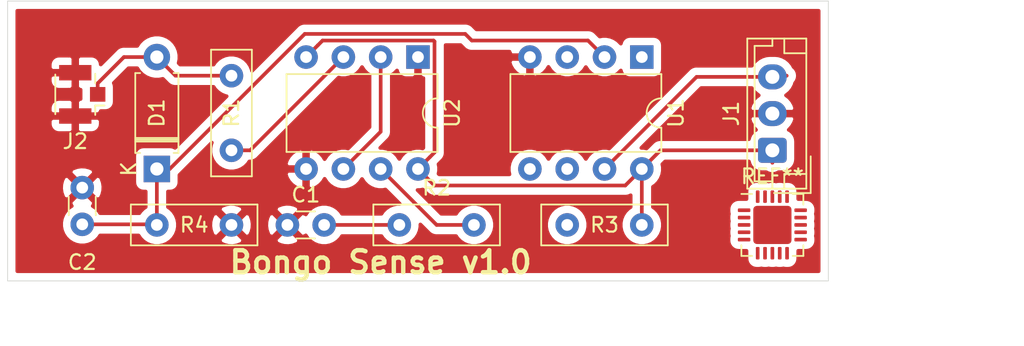
<source format=kicad_pcb>
(kicad_pcb (version 20171130) (host pcbnew "(5.1.5)-3")

  (general
    (thickness 1.6)
    (drawings 7)
    (tracks 41)
    (zones 0)
    (modules 12)
    (nets 10)
  )

  (page A4)
  (title_block
    (title "Bongo Soil Moisture Sensor")
    (rev 1.0)
    (company "Lapoulton (Pvt) Ltd")
  )

  (layers
    (0 F.Cu signal)
    (31 B.Cu signal)
    (33 F.Adhes user)
    (35 F.Paste user)
    (37 F.SilkS user)
    (38 B.Mask user)
    (39 F.Mask user)
    (40 Dwgs.User user)
    (41 Cmts.User user)
    (42 Eco1.User user)
    (43 Eco2.User user)
    (44 Edge.Cuts user)
    (45 Margin user)
    (46 B.CrtYd user)
    (47 F.CrtYd user)
    (49 F.Fab user)
  )

  (setup
    (last_trace_width 0.25)
    (trace_clearance 0.2)
    (zone_clearance 2)
    (zone_45_only no)
    (trace_min 0.2)
    (via_size 0.8)
    (via_drill 0.4)
    (via_min_size 0.4)
    (via_min_drill 0.3)
    (uvia_size 0.3)
    (uvia_drill 0.1)
    (uvias_allowed no)
    (uvia_min_size 0.2)
    (uvia_min_drill 0.1)
    (edge_width 0.05)
    (segment_width 0.2)
    (pcb_text_width 0.3)
    (pcb_text_size 1.5 1.5)
    (mod_edge_width 0.12)
    (mod_text_size 1 1)
    (mod_text_width 0.15)
    (pad_size 1.524 1.524)
    (pad_drill 0.762)
    (pad_to_mask_clearance 0.051)
    (solder_mask_min_width 0.25)
    (aux_axis_origin 12.7 12.7)
    (grid_origin 12.7 12.7)
    (visible_elements 7FFFFFFF)
    (pcbplotparams
      (layerselection 0x01000_7fffffff)
      (usegerberextensions false)
      (usegerberattributes false)
      (usegerberadvancedattributes false)
      (creategerberjobfile false)
      (excludeedgelayer true)
      (linewidth 0.100000)
      (plotframeref false)
      (viasonmask false)
      (mode 1)
      (useauxorigin false)
      (hpglpennumber 1)
      (hpglpenspeed 20)
      (hpglpendiameter 15.000000)
      (psnegative false)
      (psa4output false)
      (plotreference true)
      (plotvalue true)
      (plotinvisibletext false)
      (padsonsilk false)
      (subtractmaskfromsilk false)
      (outputformat 1)
      (mirror false)
      (drillshape 0)
      (scaleselection 1)
      (outputdirectory ""))
  )

  (net 0 "")
  (net 1 +3V3)
  (net 2 GND)
  (net 3 /1-Wire)
  (net 4 "Net-(U2-Pad2)")
  (net 5 "Net-(C1-Pad2)")
  (net 6 "Net-(R1-Pad2)")
  (net 7 "Net-(R2-Pad2)")
  (net 8 "Net-(D1-Pad2)")
  (net 9 /AOUT)

  (net_class Default "This is the default net class."
    (clearance 0.2)
    (trace_width 0.25)
    (via_dia 0.8)
    (via_drill 0.4)
    (uvia_dia 0.3)
    (uvia_drill 0.1)
    (add_net +3V3)
    (add_net /1-Wire)
    (add_net /AOUT)
    (add_net "Net-(C1-Pad2)")
    (add_net "Net-(D1-Pad2)")
    (add_net "Net-(R1-Pad2)")
    (add_net "Net-(R2-Pad2)")
    (add_net "Net-(U1-Pad1)")
    (add_net "Net-(U1-Pad3)")
    (add_net "Net-(U1-Pad5)")
    (add_net "Net-(U1-Pad6)")
    (add_net "Net-(U2-Pad2)")
  )

  (net_class Ground ""
    (clearance 0.2)
    (trace_width 0.25)
    (via_dia 0.8)
    (via_drill 0.4)
    (uvia_dia 0.3)
    (uvia_drill 0.1)
    (add_net GND)
  )

  (module Connector_Coaxial:U.FL_Hirose_U.FL-R-SMT-1_Vertical (layer F.Cu) (tedit 5A1DBFC3) (tstamp 5FEE1CB0)
    (at 17.78 19.05 180)
    (descr "Hirose U.FL Coaxial https://www.hirose.com/product/en/products/U.FL/U.FL-R-SMT-1%2810%29/")
    (tags "Hirose U.FL Coaxial")
    (path /5FEE9D77)
    (attr smd)
    (fp_text reference J2 (at 0.475 -3.2) (layer F.SilkS)
      (effects (font (size 1 1) (thickness 0.15)))
    )
    (fp_text value Conn_Coaxial (at 0.475 3.2) (layer F.Fab)
      (effects (font (size 1 1) (thickness 0.15)))
    )
    (fp_line (start -1.32 -1) (end -2.02 -1) (layer F.CrtYd) (width 0.05))
    (fp_line (start -1.32 1.8) (end -1.32 1) (layer F.CrtYd) (width 0.05))
    (fp_line (start -1.32 -1.8) (end -1.12 -1.8) (layer F.CrtYd) (width 0.05))
    (fp_line (start -1.12 -1.8) (end -1.12 -2.5) (layer F.CrtYd) (width 0.05))
    (fp_line (start 2.08 -2.5) (end -1.12 -2.5) (layer F.CrtYd) (width 0.05))
    (fp_line (start -1.32 -1) (end -1.32 -1.8) (layer F.CrtYd) (width 0.05))
    (fp_line (start 2.08 -1.8) (end 2.08 -2.5) (layer F.CrtYd) (width 0.05))
    (fp_line (start 2.08 -1.8) (end 2.28 -1.8) (layer F.CrtYd) (width 0.05))
    (fp_line (start -0.885 -1.4) (end -0.885 -0.76) (layer F.SilkS) (width 0.12))
    (fp_line (start -0.425 1.5) (end -0.425 1.3) (layer F.Fab) (width 0.1))
    (fp_line (start -0.425 1.3) (end -0.825 1.3) (layer F.Fab) (width 0.1))
    (fp_line (start -0.825 0.3) (end -0.825 1.3) (layer F.Fab) (width 0.1))
    (fp_line (start -1.075 0.3) (end -0.825 0.3) (layer F.Fab) (width 0.1))
    (fp_line (start -1.075 0.3) (end -1.075 -0.15) (layer F.Fab) (width 0.1))
    (fp_line (start -0.925 -0.3) (end -0.825 -0.3) (layer F.Fab) (width 0.1))
    (fp_line (start -0.825 -0.3) (end -0.825 -1.3) (layer F.Fab) (width 0.1))
    (fp_line (start -0.425 -1.5) (end -0.425 -1.3) (layer F.Fab) (width 0.1))
    (fp_line (start -0.425 -1.3) (end -0.825 -1.3) (layer F.Fab) (width 0.1))
    (fp_line (start -0.425 1.5) (end 1.375 1.5) (layer F.Fab) (width 0.1))
    (fp_line (start 1.375 1.5) (end 1.375 1.3) (layer F.Fab) (width 0.1))
    (fp_line (start 1.775 1.3) (end 1.375 1.3) (layer F.Fab) (width 0.1))
    (fp_line (start 1.775 -1.3) (end 1.775 1.3) (layer F.Fab) (width 0.1))
    (fp_line (start -0.425 -1.5) (end 1.375 -1.5) (layer F.Fab) (width 0.1))
    (fp_line (start 1.375 -1.5) (end 1.375 -1.3) (layer F.Fab) (width 0.1))
    (fp_line (start 1.775 -1.3) (end 1.375 -1.3) (layer F.Fab) (width 0.1))
    (fp_line (start -0.925 -0.3) (end -1.075 -0.15) (layer F.Fab) (width 0.1))
    (fp_line (start -0.885 1.4) (end -0.885 0.76) (layer F.SilkS) (width 0.12))
    (fp_line (start -0.885 -0.76) (end -1.515 -0.76) (layer F.SilkS) (width 0.12))
    (fp_line (start 1.835 -1.35) (end 1.835 1.35) (layer F.SilkS) (width 0.12))
    (fp_line (start 2.08 2.5) (end -1.12 2.5) (layer F.CrtYd) (width 0.05))
    (fp_line (start -1.12 2.5) (end -1.12 1.8) (layer F.CrtYd) (width 0.05))
    (fp_line (start -1.32 1.8) (end -1.12 1.8) (layer F.CrtYd) (width 0.05))
    (fp_line (start 2.28 1.8) (end 2.28 -1.8) (layer F.CrtYd) (width 0.05))
    (fp_line (start 2.08 2.5) (end 2.08 1.8) (layer F.CrtYd) (width 0.05))
    (fp_line (start 2.08 1.8) (end 2.28 1.8) (layer F.CrtYd) (width 0.05))
    (fp_line (start -1.32 1) (end -2.02 1) (layer F.CrtYd) (width 0.05))
    (fp_line (start -2.02 1) (end -2.02 -1) (layer F.CrtYd) (width 0.05))
    (fp_text user %R (at 0.475 0 90) (layer F.Fab)
      (effects (font (size 0.6 0.6) (thickness 0.09)))
    )
    (pad 2 smd rect (at 0.475 -1.475 180) (size 2.2 1.05) (layers F.Cu F.Paste F.Mask)
      (net 2 GND))
    (pad 1 smd rect (at -1.05 0 180) (size 1.05 1) (layers F.Cu F.Paste F.Mask)
      (net 8 "Net-(D1-Pad2)"))
    (pad 2 smd rect (at 0.475 1.475 180) (size 2.2 1.05) (layers F.Cu F.Paste F.Mask)
      (net 2 GND))
    (model ${KISYS3DMOD}/Connector_Coaxial.3dshapes/U.FL_Hirose_U.FL-R-SMT-1_Vertical.wrl
      (offset (xyz 0.4749999928262157 0 0))
      (scale (xyz 1 1 1))
      (rotate (xyz 0 0 0))
    )
  )

  (module Package_DFN_QFN:QFN-20-1EP_4x4mm_P0.5mm_EP2.6x2.6mm (layer F.Cu) (tedit 5C1FE963) (tstamp 5FECB706)
    (at 64.77 27.94)
    (descr "QFN, 20 Pin (http://ww1.microchip.com/downloads/en/DeviceDoc/doc2535.pdf#page=164), generated with kicad-footprint-generator ipc_dfn_qfn_generator.py")
    (tags "QFN DFN_QFN")
    (attr smd)
    (fp_text reference REF** (at 0 -3.3) (layer F.SilkS)
      (effects (font (size 1 1) (thickness 0.15)))
    )
    (fp_text value QFN-20-1EP_4x4mm_P0.5mm_EP2.6x2.6mm (at 0 3.3) (layer F.Fab)
      (effects (font (size 1 1) (thickness 0.15)))
    )
    (fp_text user %R (at 0 0) (layer F.Fab)
      (effects (font (size 1 1) (thickness 0.15)))
    )
    (fp_line (start 2.6 -2.6) (end -2.6 -2.6) (layer F.CrtYd) (width 0.05))
    (fp_line (start 2.6 2.6) (end 2.6 -2.6) (layer F.CrtYd) (width 0.05))
    (fp_line (start -2.6 2.6) (end 2.6 2.6) (layer F.CrtYd) (width 0.05))
    (fp_line (start -2.6 -2.6) (end -2.6 2.6) (layer F.CrtYd) (width 0.05))
    (fp_line (start -2 -1) (end -1 -2) (layer F.Fab) (width 0.1))
    (fp_line (start -2 2) (end -2 -1) (layer F.Fab) (width 0.1))
    (fp_line (start 2 2) (end -2 2) (layer F.Fab) (width 0.1))
    (fp_line (start 2 -2) (end 2 2) (layer F.Fab) (width 0.1))
    (fp_line (start -1 -2) (end 2 -2) (layer F.Fab) (width 0.1))
    (fp_line (start -1.385 -2.11) (end -2.11 -2.11) (layer F.SilkS) (width 0.12))
    (fp_line (start 2.11 2.11) (end 2.11 1.385) (layer F.SilkS) (width 0.12))
    (fp_line (start 1.385 2.11) (end 2.11 2.11) (layer F.SilkS) (width 0.12))
    (fp_line (start -2.11 2.11) (end -2.11 1.385) (layer F.SilkS) (width 0.12))
    (fp_line (start -1.385 2.11) (end -2.11 2.11) (layer F.SilkS) (width 0.12))
    (fp_line (start 2.11 -2.11) (end 2.11 -1.385) (layer F.SilkS) (width 0.12))
    (fp_line (start 1.385 -2.11) (end 2.11 -2.11) (layer F.SilkS) (width 0.12))
    (pad 20 smd roundrect (at -1 -1.925) (size 0.25 0.85) (layers F.Cu F.Paste F.Mask) (roundrect_rratio 0.25))
    (pad 19 smd roundrect (at -0.5 -1.925) (size 0.25 0.85) (layers F.Cu F.Paste F.Mask) (roundrect_rratio 0.25))
    (pad 18 smd roundrect (at 0 -1.925) (size 0.25 0.85) (layers F.Cu F.Paste F.Mask) (roundrect_rratio 0.25))
    (pad 17 smd roundrect (at 0.5 -1.925) (size 0.25 0.85) (layers F.Cu F.Paste F.Mask) (roundrect_rratio 0.25))
    (pad 16 smd roundrect (at 1 -1.925) (size 0.25 0.85) (layers F.Cu F.Paste F.Mask) (roundrect_rratio 0.25))
    (pad 15 smd roundrect (at 1.925 -1) (size 0.85 0.25) (layers F.Cu F.Paste F.Mask) (roundrect_rratio 0.25))
    (pad 14 smd roundrect (at 1.925 -0.5) (size 0.85 0.25) (layers F.Cu F.Paste F.Mask) (roundrect_rratio 0.25))
    (pad 13 smd roundrect (at 1.925 0) (size 0.85 0.25) (layers F.Cu F.Paste F.Mask) (roundrect_rratio 0.25))
    (pad 12 smd roundrect (at 1.925 0.5) (size 0.85 0.25) (layers F.Cu F.Paste F.Mask) (roundrect_rratio 0.25))
    (pad 11 smd roundrect (at 1.925 1) (size 0.85 0.25) (layers F.Cu F.Paste F.Mask) (roundrect_rratio 0.25))
    (pad 10 smd roundrect (at 1 1.925) (size 0.25 0.85) (layers F.Cu F.Paste F.Mask) (roundrect_rratio 0.25))
    (pad 9 smd roundrect (at 0.5 1.925) (size 0.25 0.85) (layers F.Cu F.Paste F.Mask) (roundrect_rratio 0.25))
    (pad 8 smd roundrect (at 0 1.925) (size 0.25 0.85) (layers F.Cu F.Paste F.Mask) (roundrect_rratio 0.25))
    (pad 7 smd roundrect (at -0.5 1.925) (size 0.25 0.85) (layers F.Cu F.Paste F.Mask) (roundrect_rratio 0.25))
    (pad 6 smd roundrect (at -1 1.925) (size 0.25 0.85) (layers F.Cu F.Paste F.Mask) (roundrect_rratio 0.25))
    (pad 5 smd roundrect (at -1.925 1) (size 0.85 0.25) (layers F.Cu F.Paste F.Mask) (roundrect_rratio 0.25))
    (pad 4 smd roundrect (at -1.925 0.5) (size 0.85 0.25) (layers F.Cu F.Paste F.Mask) (roundrect_rratio 0.25))
    (pad 3 smd roundrect (at -1.925 0) (size 0.85 0.25) (layers F.Cu F.Paste F.Mask) (roundrect_rratio 0.25))
    (pad 2 smd roundrect (at -1.925 -0.5) (size 0.85 0.25) (layers F.Cu F.Paste F.Mask) (roundrect_rratio 0.25))
    (pad 1 smd roundrect (at -1.925 -1) (size 0.85 0.25) (layers F.Cu F.Paste F.Mask) (roundrect_rratio 0.25))
    (pad "" smd roundrect (at 0.65 0.65) (size 1.05 1.05) (layers F.Paste) (roundrect_rratio 0.238095))
    (pad "" smd roundrect (at 0.65 -0.65) (size 1.05 1.05) (layers F.Paste) (roundrect_rratio 0.238095))
    (pad "" smd roundrect (at -0.65 0.65) (size 1.05 1.05) (layers F.Paste) (roundrect_rratio 0.238095))
    (pad "" smd roundrect (at -0.65 -0.65) (size 1.05 1.05) (layers F.Paste) (roundrect_rratio 0.238095))
    (pad 21 smd roundrect (at 0 0) (size 2.6 2.6) (layers F.Cu F.Mask) (roundrect_rratio 0.096154))
    (model ${KISYS3DMOD}/Package_DFN_QFN.3dshapes/QFN-20-1EP_4x4mm_P0.5mm_EP2.6x2.6mm.wrl
      (at (xyz 0 0 0))
      (scale (xyz 1 1 1))
      (rotate (xyz 0 0 0))
    )
  )

  (module Diode_THT:D_A-405_P7.62mm_Horizontal (layer F.Cu) (tedit 5AE50CD5) (tstamp 5FEBAC89)
    (at 22.86 24.13 90)
    (descr "Diode, A-405 series, Axial, Horizontal, pin pitch=7.62mm, , length*diameter=5.2*2.7mm^2, , http://www.diodes.com/_files/packages/A-405.pdf")
    (tags "Diode A-405 series Axial Horizontal pin pitch 7.62mm  length 5.2mm diameter 2.7mm")
    (path /5FED762B)
    (fp_text reference D1 (at 3.81 0 90) (layer F.SilkS)
      (effects (font (size 1 1) (thickness 0.15)))
    )
    (fp_text value D (at 3.81 2.47 90) (layer F.Fab)
      (effects (font (size 1 1) (thickness 0.15)))
    )
    (fp_text user K (at 0 -1.9 90) (layer F.SilkS)
      (effects (font (size 1 1) (thickness 0.15)))
    )
    (fp_text user K (at 0 -1.9 90) (layer F.Fab)
      (effects (font (size 1 1) (thickness 0.15)))
    )
    (fp_text user %R (at 4.2 0 90) (layer F.Fab)
      (effects (font (size 1 1) (thickness 0.15)))
    )
    (fp_line (start 8.77 -1.6) (end -1.15 -1.6) (layer F.CrtYd) (width 0.05))
    (fp_line (start 8.77 1.6) (end 8.77 -1.6) (layer F.CrtYd) (width 0.05))
    (fp_line (start -1.15 1.6) (end 8.77 1.6) (layer F.CrtYd) (width 0.05))
    (fp_line (start -1.15 -1.6) (end -1.15 1.6) (layer F.CrtYd) (width 0.05))
    (fp_line (start 1.87 -1.47) (end 1.87 1.47) (layer F.SilkS) (width 0.12))
    (fp_line (start 2.11 -1.47) (end 2.11 1.47) (layer F.SilkS) (width 0.12))
    (fp_line (start 1.99 -1.47) (end 1.99 1.47) (layer F.SilkS) (width 0.12))
    (fp_line (start 6.53 1.47) (end 6.53 1.14) (layer F.SilkS) (width 0.12))
    (fp_line (start 1.09 1.47) (end 6.53 1.47) (layer F.SilkS) (width 0.12))
    (fp_line (start 1.09 1.14) (end 1.09 1.47) (layer F.SilkS) (width 0.12))
    (fp_line (start 6.53 -1.47) (end 6.53 -1.14) (layer F.SilkS) (width 0.12))
    (fp_line (start 1.09 -1.47) (end 6.53 -1.47) (layer F.SilkS) (width 0.12))
    (fp_line (start 1.09 -1.14) (end 1.09 -1.47) (layer F.SilkS) (width 0.12))
    (fp_line (start 1.89 -1.35) (end 1.89 1.35) (layer F.Fab) (width 0.1))
    (fp_line (start 2.09 -1.35) (end 2.09 1.35) (layer F.Fab) (width 0.1))
    (fp_line (start 1.99 -1.35) (end 1.99 1.35) (layer F.Fab) (width 0.1))
    (fp_line (start 7.62 0) (end 6.41 0) (layer F.Fab) (width 0.1))
    (fp_line (start 0 0) (end 1.21 0) (layer F.Fab) (width 0.1))
    (fp_line (start 6.41 -1.35) (end 1.21 -1.35) (layer F.Fab) (width 0.1))
    (fp_line (start 6.41 1.35) (end 6.41 -1.35) (layer F.Fab) (width 0.1))
    (fp_line (start 1.21 1.35) (end 6.41 1.35) (layer F.Fab) (width 0.1))
    (fp_line (start 1.21 -1.35) (end 1.21 1.35) (layer F.Fab) (width 0.1))
    (pad 2 thru_hole oval (at 7.62 0 90) (size 1.8 1.8) (drill 0.9) (layers *.Cu *.Mask)
      (net 8 "Net-(D1-Pad2)"))
    (pad 1 thru_hole rect (at 0 0 90) (size 1.8 1.8) (drill 0.9) (layers *.Cu *.Mask)
      (net 9 /AOUT))
    (model ${KISYS3DMOD}/Diode_THT.3dshapes/D_A-405_P7.62mm_Horizontal.wrl
      (at (xyz 0 0 0))
      (scale (xyz 1 1 1))
      (rotate (xyz 0 0 0))
    )
  )

  (module Package_DIP:DIP-8_W7.62mm (layer F.Cu) (tedit 5A02E8C5) (tstamp 5FEB9FD8)
    (at 40.64 16.51 270)
    (descr "8-lead though-hole mounted DIP package, row spacing 7.62 mm (300 mils)")
    (tags "THT DIP DIL PDIP 2.54mm 7.62mm 300mil")
    (path /5FEB705B)
    (fp_text reference U2 (at 3.81 -2.33 90) (layer F.SilkS)
      (effects (font (size 1 1) (thickness 0.15)))
    )
    (fp_text value TLC555CP (at 3.81 -3.81 90) (layer F.Fab)
      (effects (font (size 1 1) (thickness 0.15)))
    )
    (fp_line (start 8.7 -1.55) (end -1.1 -1.55) (layer F.CrtYd) (width 0.05))
    (fp_line (start 8.7 9.15) (end 8.7 -1.55) (layer F.CrtYd) (width 0.05))
    (fp_line (start -1.1 9.15) (end 8.7 9.15) (layer F.CrtYd) (width 0.05))
    (fp_line (start -1.1 -1.55) (end -1.1 9.15) (layer F.CrtYd) (width 0.05))
    (fp_line (start 6.46 -1.33) (end 4.81 -1.33) (layer F.SilkS) (width 0.12))
    (fp_line (start 6.46 8.95) (end 6.46 -1.33) (layer F.SilkS) (width 0.12))
    (fp_line (start 1.16 8.95) (end 6.46 8.95) (layer F.SilkS) (width 0.12))
    (fp_line (start 1.16 -1.33) (end 1.16 8.95) (layer F.SilkS) (width 0.12))
    (fp_line (start 2.81 -1.33) (end 1.16 -1.33) (layer F.SilkS) (width 0.12))
    (fp_line (start 0.635 -0.27) (end 1.635 -1.27) (layer F.Fab) (width 0.1))
    (fp_line (start 0.635 8.89) (end 0.635 -0.27) (layer F.Fab) (width 0.1))
    (fp_line (start 6.985 8.89) (end 0.635 8.89) (layer F.Fab) (width 0.1))
    (fp_line (start 6.985 -1.27) (end 6.985 8.89) (layer F.Fab) (width 0.1))
    (fp_line (start 1.635 -1.27) (end 6.985 -1.27) (layer F.Fab) (width 0.1))
    (fp_arc (start 3.81 -1.33) (end 2.81 -1.33) (angle -180) (layer F.SilkS) (width 0.12))
    (pad 8 thru_hole oval (at 7.62 0 270) (size 1.6 1.6) (drill 0.8) (layers *.Cu *.Mask)
      (net 1 +3V3))
    (pad 4 thru_hole oval (at 0 7.62 270) (size 1.6 1.6) (drill 0.8) (layers *.Cu *.Mask)
      (net 1 +3V3))
    (pad 7 thru_hole oval (at 7.62 2.54 270) (size 1.6 1.6) (drill 0.8) (layers *.Cu *.Mask)
      (net 7 "Net-(R2-Pad2)"))
    (pad 3 thru_hole oval (at 0 5.08 270) (size 1.6 1.6) (drill 0.8) (layers *.Cu *.Mask)
      (net 6 "Net-(R1-Pad2)"))
    (pad 6 thru_hole oval (at 7.62 5.08 270) (size 1.6 1.6) (drill 0.8) (layers *.Cu *.Mask)
      (net 4 "Net-(U2-Pad2)"))
    (pad 2 thru_hole oval (at 0 2.54 270) (size 1.6 1.6) (drill 0.8) (layers *.Cu *.Mask)
      (net 4 "Net-(U2-Pad2)"))
    (pad 5 thru_hole oval (at 7.62 7.62 270) (size 1.6 1.6) (drill 0.8) (layers *.Cu *.Mask)
      (net 2 GND))
    (pad 1 thru_hole rect (at 0 0 270) (size 1.6 1.6) (drill 0.8) (layers *.Cu *.Mask)
      (net 2 GND))
    (model ${KISYS3DMOD}/Package_DIP.3dshapes/DIP-8_W7.62mm.wrl
      (at (xyz 0 0 0))
      (scale (xyz 1 1 1))
      (rotate (xyz 0 0 0))
    )
  )

  (module Resistor_THT:R_Box_L8.4mm_W2.5mm_P5.08mm (layer F.Cu) (tedit 5AE5139B) (tstamp 5FEBB2FF)
    (at 27.94 27.94 180)
    (descr "Resistor, Box series, Radial, pin pitch=5.08mm, 0.5W = 1/2W, length*width=8.38*2.54mm^2, http://www.vishay.com/docs/60051/cns020.pdf")
    (tags "Resistor Box series Radial pin pitch 5.08mm 0.5W = 1/2W length 8.38mm width 2.54mm")
    (path /5FEDEBD3)
    (fp_text reference R4 (at 2.54 0) (layer F.SilkS)
      (effects (font (size 1 1) (thickness 0.15)))
    )
    (fp_text value 1m (at 2.54 2.52) (layer F.Fab)
      (effects (font (size 1 1) (thickness 0.15)))
    )
    (fp_text user %R (at 2.54 0) (layer F.Fab)
      (effects (font (size 1 1) (thickness 0.15)))
    )
    (fp_line (start 6.98 -1.52) (end -1.91 -1.52) (layer F.CrtYd) (width 0.05))
    (fp_line (start 6.98 1.52) (end 6.98 -1.52) (layer F.CrtYd) (width 0.05))
    (fp_line (start -1.91 1.52) (end 6.98 1.52) (layer F.CrtYd) (width 0.05))
    (fp_line (start -1.91 -1.52) (end -1.91 1.52) (layer F.CrtYd) (width 0.05))
    (fp_line (start 6.85 -1.39) (end 6.85 1.39) (layer F.SilkS) (width 0.12))
    (fp_line (start -1.77 -1.39) (end -1.77 1.39) (layer F.SilkS) (width 0.12))
    (fp_line (start -1.77 1.39) (end 6.85 1.39) (layer F.SilkS) (width 0.12))
    (fp_line (start -1.77 -1.39) (end 6.85 -1.39) (layer F.SilkS) (width 0.12))
    (fp_line (start 6.73 -1.27) (end -1.65 -1.27) (layer F.Fab) (width 0.1))
    (fp_line (start 6.73 1.27) (end 6.73 -1.27) (layer F.Fab) (width 0.1))
    (fp_line (start -1.65 1.27) (end 6.73 1.27) (layer F.Fab) (width 0.1))
    (fp_line (start -1.65 -1.27) (end -1.65 1.27) (layer F.Fab) (width 0.1))
    (pad 2 thru_hole circle (at 5.08 0 180) (size 1.6 1.6) (drill 0.8) (layers *.Cu *.Mask)
      (net 9 /AOUT))
    (pad 1 thru_hole circle (at 0 0 180) (size 1.6 1.6) (drill 0.8) (layers *.Cu *.Mask)
      (net 2 GND))
    (model ${KISYS3DMOD}/Resistor_THT.3dshapes/R_Box_L8.4mm_W2.5mm_P5.08mm.wrl
      (at (xyz 0 0 0))
      (scale (xyz 1 1 1))
      (rotate (xyz 0 0 0))
    )
  )

  (module Capacitor_THT:C_Disc_D3.0mm_W1.6mm_P2.50mm (layer F.Cu) (tedit 5AE50EF0) (tstamp 5FEBB1F3)
    (at 17.78 25.4 270)
    (descr "C, Disc series, Radial, pin pitch=2.50mm, , diameter*width=3.0*1.6mm^2, Capacitor, http://www.vishay.com/docs/45233/krseries.pdf")
    (tags "C Disc series Radial pin pitch 2.50mm  diameter 3.0mm width 1.6mm Capacitor")
    (path /5FEE0E3A)
    (fp_text reference C2 (at 5.08 0 180) (layer F.SilkS)
      (effects (font (size 1 1) (thickness 0.15)))
    )
    (fp_text value 660p (at 1.25 2.05 90) (layer F.Fab)
      (effects (font (size 1 1) (thickness 0.15)))
    )
    (fp_text user %R (at 1.25 0 90) (layer F.Fab)
      (effects (font (size 0.6 0.6) (thickness 0.09)))
    )
    (fp_line (start 3.55 -1.05) (end -1.05 -1.05) (layer F.CrtYd) (width 0.05))
    (fp_line (start 3.55 1.05) (end 3.55 -1.05) (layer F.CrtYd) (width 0.05))
    (fp_line (start -1.05 1.05) (end 3.55 1.05) (layer F.CrtYd) (width 0.05))
    (fp_line (start -1.05 -1.05) (end -1.05 1.05) (layer F.CrtYd) (width 0.05))
    (fp_line (start 0.621 0.92) (end 1.879 0.92) (layer F.SilkS) (width 0.12))
    (fp_line (start 0.621 -0.92) (end 1.879 -0.92) (layer F.SilkS) (width 0.12))
    (fp_line (start 2.75 -0.8) (end -0.25 -0.8) (layer F.Fab) (width 0.1))
    (fp_line (start 2.75 0.8) (end 2.75 -0.8) (layer F.Fab) (width 0.1))
    (fp_line (start -0.25 0.8) (end 2.75 0.8) (layer F.Fab) (width 0.1))
    (fp_line (start -0.25 -0.8) (end -0.25 0.8) (layer F.Fab) (width 0.1))
    (pad 2 thru_hole circle (at 2.5 0 270) (size 1.6 1.6) (drill 0.8) (layers *.Cu *.Mask)
      (net 9 /AOUT))
    (pad 1 thru_hole circle (at 0 0 270) (size 1.6 1.6) (drill 0.8) (layers *.Cu *.Mask)
      (net 2 GND))
    (model ${KISYS3DMOD}/Capacitor_THT.3dshapes/C_Disc_D3.0mm_W1.6mm_P2.50mm.wrl
      (at (xyz 0 0 0))
      (scale (xyz 1 1 1))
      (rotate (xyz 0 0 0))
    )
  )

  (module Resistor_THT:R_Box_L8.4mm_W2.5mm_P5.08mm (layer F.Cu) (tedit 5AE5139B) (tstamp 5FEBAD02)
    (at 55.88 27.94 180)
    (descr "Resistor, Box series, Radial, pin pitch=5.08mm, 0.5W = 1/2W, length*width=8.38*2.54mm^2, http://www.vishay.com/docs/60051/cns020.pdf")
    (tags "Resistor Box series Radial pin pitch 5.08mm 0.5W = 1/2W length 8.38mm width 2.54mm")
    (path /5FED0FAB)
    (fp_text reference R3 (at 2.54 0) (layer F.SilkS)
      (effects (font (size 1 1) (thickness 0.15)))
    )
    (fp_text value 330 (at 2.54 2.52) (layer F.Fab)
      (effects (font (size 1 1) (thickness 0.15)))
    )
    (fp_text user %R (at 2.54 0) (layer F.Fab)
      (effects (font (size 1 1) (thickness 0.15)))
    )
    (fp_line (start 6.98 -1.52) (end -1.91 -1.52) (layer F.CrtYd) (width 0.05))
    (fp_line (start 6.98 1.52) (end 6.98 -1.52) (layer F.CrtYd) (width 0.05))
    (fp_line (start -1.91 1.52) (end 6.98 1.52) (layer F.CrtYd) (width 0.05))
    (fp_line (start -1.91 -1.52) (end -1.91 1.52) (layer F.CrtYd) (width 0.05))
    (fp_line (start 6.85 -1.39) (end 6.85 1.39) (layer F.SilkS) (width 0.12))
    (fp_line (start -1.77 -1.39) (end -1.77 1.39) (layer F.SilkS) (width 0.12))
    (fp_line (start -1.77 1.39) (end 6.85 1.39) (layer F.SilkS) (width 0.12))
    (fp_line (start -1.77 -1.39) (end 6.85 -1.39) (layer F.SilkS) (width 0.12))
    (fp_line (start 6.73 -1.27) (end -1.65 -1.27) (layer F.Fab) (width 0.1))
    (fp_line (start 6.73 1.27) (end 6.73 -1.27) (layer F.Fab) (width 0.1))
    (fp_line (start -1.65 1.27) (end 6.73 1.27) (layer F.Fab) (width 0.1))
    (fp_line (start -1.65 -1.27) (end -1.65 1.27) (layer F.Fab) (width 0.1))
    (pad 2 thru_hole circle (at 5.08 0 180) (size 1.6 1.6) (drill 0.8) (layers *.Cu *.Mask)
      (net 7 "Net-(R2-Pad2)"))
    (pad 1 thru_hole circle (at 0 0 180) (size 1.6 1.6) (drill 0.8) (layers *.Cu *.Mask)
      (net 1 +3V3))
    (model ${KISYS3DMOD}/Resistor_THT.3dshapes/R_Box_L8.4mm_W2.5mm_P5.08mm.wrl
      (at (xyz 0 0 0))
      (scale (xyz 1 1 1))
      (rotate (xyz 0 0 0))
    )
  )

  (module Resistor_THT:R_Box_L8.4mm_W2.5mm_P5.08mm (layer F.Cu) (tedit 5AE5139B) (tstamp 5FEBACEF)
    (at 39.37 27.94)
    (descr "Resistor, Box series, Radial, pin pitch=5.08mm, 0.5W = 1/2W, length*width=8.38*2.54mm^2, http://www.vishay.com/docs/60051/cns020.pdf")
    (tags "Resistor Box series Radial pin pitch 5.08mm 0.5W = 1/2W length 8.38mm width 2.54mm")
    (path /5FED1E82)
    (fp_text reference R2 (at 2.54 -2.52) (layer F.SilkS)
      (effects (font (size 1 1) (thickness 0.15)))
    )
    (fp_text value 1.6k (at 2.54 2.52) (layer F.Fab)
      (effects (font (size 1 1) (thickness 0.15)))
    )
    (fp_text user %R (at 2.54 0) (layer F.Fab)
      (effects (font (size 1 1) (thickness 0.15)))
    )
    (fp_line (start 6.98 -1.52) (end -1.91 -1.52) (layer F.CrtYd) (width 0.05))
    (fp_line (start 6.98 1.52) (end 6.98 -1.52) (layer F.CrtYd) (width 0.05))
    (fp_line (start -1.91 1.52) (end 6.98 1.52) (layer F.CrtYd) (width 0.05))
    (fp_line (start -1.91 -1.52) (end -1.91 1.52) (layer F.CrtYd) (width 0.05))
    (fp_line (start 6.85 -1.39) (end 6.85 1.39) (layer F.SilkS) (width 0.12))
    (fp_line (start -1.77 -1.39) (end -1.77 1.39) (layer F.SilkS) (width 0.12))
    (fp_line (start -1.77 1.39) (end 6.85 1.39) (layer F.SilkS) (width 0.12))
    (fp_line (start -1.77 -1.39) (end 6.85 -1.39) (layer F.SilkS) (width 0.12))
    (fp_line (start 6.73 -1.27) (end -1.65 -1.27) (layer F.Fab) (width 0.1))
    (fp_line (start 6.73 1.27) (end 6.73 -1.27) (layer F.Fab) (width 0.1))
    (fp_line (start -1.65 1.27) (end 6.73 1.27) (layer F.Fab) (width 0.1))
    (fp_line (start -1.65 -1.27) (end -1.65 1.27) (layer F.Fab) (width 0.1))
    (pad 2 thru_hole circle (at 5.08 0) (size 1.6 1.6) (drill 0.8) (layers *.Cu *.Mask)
      (net 7 "Net-(R2-Pad2)"))
    (pad 1 thru_hole circle (at 0 0) (size 1.6 1.6) (drill 0.8) (layers *.Cu *.Mask)
      (net 5 "Net-(C1-Pad2)"))
    (model ${KISYS3DMOD}/Resistor_THT.3dshapes/R_Box_L8.4mm_W2.5mm_P5.08mm.wrl
      (at (xyz 0 0 0))
      (scale (xyz 1 1 1))
      (rotate (xyz 0 0 0))
    )
  )

  (module Resistor_THT:R_Box_L8.4mm_W2.5mm_P5.08mm (layer F.Cu) (tedit 5AE5139B) (tstamp 5FEBACDC)
    (at 27.94 17.78 270)
    (descr "Resistor, Box series, Radial, pin pitch=5.08mm, 0.5W = 1/2W, length*width=8.38*2.54mm^2, http://www.vishay.com/docs/60051/cns020.pdf")
    (tags "Resistor Box series Radial pin pitch 5.08mm 0.5W = 1/2W length 8.38mm width 2.54mm")
    (path /5FED2E2E)
    (fp_text reference R1 (at 2.54 0 90) (layer F.SilkS)
      (effects (font (size 1 1) (thickness 0.15)))
    )
    (fp_text value 10k (at 2.54 2.52 90) (layer F.Fab)
      (effects (font (size 1 1) (thickness 0.15)))
    )
    (fp_text user %R (at 2.54 0 90) (layer F.Fab)
      (effects (font (size 1 1) (thickness 0.15)))
    )
    (fp_line (start 6.98 -1.52) (end -1.91 -1.52) (layer F.CrtYd) (width 0.05))
    (fp_line (start 6.98 1.52) (end 6.98 -1.52) (layer F.CrtYd) (width 0.05))
    (fp_line (start -1.91 1.52) (end 6.98 1.52) (layer F.CrtYd) (width 0.05))
    (fp_line (start -1.91 -1.52) (end -1.91 1.52) (layer F.CrtYd) (width 0.05))
    (fp_line (start 6.85 -1.39) (end 6.85 1.39) (layer F.SilkS) (width 0.12))
    (fp_line (start -1.77 -1.39) (end -1.77 1.39) (layer F.SilkS) (width 0.12))
    (fp_line (start -1.77 1.39) (end 6.85 1.39) (layer F.SilkS) (width 0.12))
    (fp_line (start -1.77 -1.39) (end 6.85 -1.39) (layer F.SilkS) (width 0.12))
    (fp_line (start 6.73 -1.27) (end -1.65 -1.27) (layer F.Fab) (width 0.1))
    (fp_line (start 6.73 1.27) (end 6.73 -1.27) (layer F.Fab) (width 0.1))
    (fp_line (start -1.65 1.27) (end 6.73 1.27) (layer F.Fab) (width 0.1))
    (fp_line (start -1.65 -1.27) (end -1.65 1.27) (layer F.Fab) (width 0.1))
    (pad 2 thru_hole circle (at 5.08 0 270) (size 1.6 1.6) (drill 0.8) (layers *.Cu *.Mask)
      (net 6 "Net-(R1-Pad2)"))
    (pad 1 thru_hole circle (at 0 0 270) (size 1.6 1.6) (drill 0.8) (layers *.Cu *.Mask)
      (net 8 "Net-(D1-Pad2)"))
    (model ${KISYS3DMOD}/Resistor_THT.3dshapes/R_Box_L8.4mm_W2.5mm_P5.08mm.wrl
      (at (xyz 0 0 0))
      (scale (xyz 1 1 1))
      (rotate (xyz 0 0 0))
    )
  )

  (module Capacitor_THT:C_Disc_D3.0mm_W1.6mm_P2.50mm (layer F.Cu) (tedit 5AE50EF0) (tstamp 5FEBAC6A)
    (at 31.75 27.94)
    (descr "C, Disc series, Radial, pin pitch=2.50mm, , diameter*width=3.0*1.6mm^2, Capacitor, http://www.vishay.com/docs/45233/krseries.pdf")
    (tags "C Disc series Radial pin pitch 2.50mm  diameter 3.0mm width 1.6mm Capacitor")
    (path /5FED50FB)
    (fp_text reference C1 (at 1.25 -2.05) (layer F.SilkS)
      (effects (font (size 1 1) (thickness 0.15)))
    )
    (fp_text value 660p (at 1.25 2.05) (layer F.Fab)
      (effects (font (size 1 1) (thickness 0.15)))
    )
    (fp_text user %R (at 1.25 0 270) (layer F.Fab)
      (effects (font (size 0.6 0.6) (thickness 0.09)))
    )
    (fp_line (start 3.55 -1.05) (end -1.05 -1.05) (layer F.CrtYd) (width 0.05))
    (fp_line (start 3.55 1.05) (end 3.55 -1.05) (layer F.CrtYd) (width 0.05))
    (fp_line (start -1.05 1.05) (end 3.55 1.05) (layer F.CrtYd) (width 0.05))
    (fp_line (start -1.05 -1.05) (end -1.05 1.05) (layer F.CrtYd) (width 0.05))
    (fp_line (start 0.621 0.92) (end 1.879 0.92) (layer F.SilkS) (width 0.12))
    (fp_line (start 0.621 -0.92) (end 1.879 -0.92) (layer F.SilkS) (width 0.12))
    (fp_line (start 2.75 -0.8) (end -0.25 -0.8) (layer F.Fab) (width 0.1))
    (fp_line (start 2.75 0.8) (end 2.75 -0.8) (layer F.Fab) (width 0.1))
    (fp_line (start -0.25 0.8) (end 2.75 0.8) (layer F.Fab) (width 0.1))
    (fp_line (start -0.25 -0.8) (end -0.25 0.8) (layer F.Fab) (width 0.1))
    (pad 2 thru_hole circle (at 2.5 0) (size 1.6 1.6) (drill 0.8) (layers *.Cu *.Mask)
      (net 5 "Net-(C1-Pad2)"))
    (pad 1 thru_hole circle (at 0 0) (size 1.6 1.6) (drill 0.8) (layers *.Cu *.Mask)
      (net 2 GND))
    (model ${KISYS3DMOD}/Capacitor_THT.3dshapes/C_Disc_D3.0mm_W1.6mm_P2.50mm.wrl
      (at (xyz 0 0 0))
      (scale (xyz 1 1 1))
      (rotate (xyz 0 0 0))
    )
  )

  (module Connector_JST:JST_EH_B3B-EH-A_1x03_P2.50mm_Vertical (layer F.Cu) (tedit 5C28142C) (tstamp 5FEBA14A)
    (at 64.77 22.86 90)
    (descr "JST EH series connector, B3B-EH-A (http://www.jst-mfg.com/product/pdf/eng/eEH.pdf), generated with kicad-footprint-generator")
    (tags "connector JST EH vertical")
    (path /5FEBB2A4)
    (fp_text reference J1 (at 2.5 -2.8 90) (layer F.SilkS)
      (effects (font (size 1 1) (thickness 0.15)))
    )
    (fp_text value Screw_Terminal_01x03 (at 2.54 -6.35 90) (layer F.Fab) hide
      (effects (font (size 1 1) (thickness 0.15)))
    )
    (fp_text user %R (at 2.5 1.5 90) (layer F.Fab)
      (effects (font (size 1 1) (thickness 0.15)))
    )
    (fp_line (start -2.91 2.61) (end -0.41 2.61) (layer F.Fab) (width 0.1))
    (fp_line (start -2.91 0.11) (end -2.91 2.61) (layer F.Fab) (width 0.1))
    (fp_line (start -2.91 2.61) (end -0.41 2.61) (layer F.SilkS) (width 0.12))
    (fp_line (start -2.91 0.11) (end -2.91 2.61) (layer F.SilkS) (width 0.12))
    (fp_line (start 6.61 0.81) (end 6.61 2.31) (layer F.SilkS) (width 0.12))
    (fp_line (start 7.61 0.81) (end 6.61 0.81) (layer F.SilkS) (width 0.12))
    (fp_line (start -1.61 0.81) (end -1.61 2.31) (layer F.SilkS) (width 0.12))
    (fp_line (start -2.61 0.81) (end -1.61 0.81) (layer F.SilkS) (width 0.12))
    (fp_line (start 7.11 0) (end 7.61 0) (layer F.SilkS) (width 0.12))
    (fp_line (start 7.11 -1.21) (end 7.11 0) (layer F.SilkS) (width 0.12))
    (fp_line (start -2.11 -1.21) (end 7.11 -1.21) (layer F.SilkS) (width 0.12))
    (fp_line (start -2.11 0) (end -2.11 -1.21) (layer F.SilkS) (width 0.12))
    (fp_line (start -2.61 0) (end -2.11 0) (layer F.SilkS) (width 0.12))
    (fp_line (start 7.61 -1.71) (end -2.61 -1.71) (layer F.SilkS) (width 0.12))
    (fp_line (start 7.61 2.31) (end 7.61 -1.71) (layer F.SilkS) (width 0.12))
    (fp_line (start -2.61 2.31) (end 7.61 2.31) (layer F.SilkS) (width 0.12))
    (fp_line (start -2.61 -1.71) (end -2.61 2.31) (layer F.SilkS) (width 0.12))
    (fp_line (start 8 -2.1) (end -3 -2.1) (layer F.CrtYd) (width 0.05))
    (fp_line (start 8 2.7) (end 8 -2.1) (layer F.CrtYd) (width 0.05))
    (fp_line (start -3 2.7) (end 8 2.7) (layer F.CrtYd) (width 0.05))
    (fp_line (start -3 -2.1) (end -3 2.7) (layer F.CrtYd) (width 0.05))
    (fp_line (start 7.5 -1.6) (end -2.5 -1.6) (layer F.Fab) (width 0.1))
    (fp_line (start 7.5 2.2) (end 7.5 -1.6) (layer F.Fab) (width 0.1))
    (fp_line (start -2.5 2.2) (end 7.5 2.2) (layer F.Fab) (width 0.1))
    (fp_line (start -2.5 -1.6) (end -2.5 2.2) (layer F.Fab) (width 0.1))
    (pad 3 thru_hole oval (at 5 0 90) (size 1.7 1.95) (drill 0.95) (layers *.Cu *.Mask)
      (net 3 /1-Wire))
    (pad 2 thru_hole oval (at 2.5 0 90) (size 1.7 1.95) (drill 0.95) (layers *.Cu *.Mask)
      (net 2 GND))
    (pad 1 thru_hole roundrect (at 0 0 90) (size 1.7 1.95) (drill 0.95) (layers *.Cu *.Mask) (roundrect_rratio 0.147059)
      (net 1 +3V3))
    (model ${KISYS3DMOD}/Connector_JST.3dshapes/JST_EH_B3B-EH-A_1x03_P2.50mm_Vertical.wrl
      (at (xyz 0 0 0))
      (scale (xyz 1 1 1))
      (rotate (xyz 0 0 0))
    )
  )

  (module Package_DIP:DIP-8_W7.62mm (layer F.Cu) (tedit 5A02E8C5) (tstamp 5FEB9C54)
    (at 55.88 16.51 270)
    (descr "8-lead though-hole mounted DIP package, row spacing 7.62 mm (300 mils)")
    (tags "THT DIP DIL PDIP 2.54mm 7.62mm 300mil")
    (path /5FEB4BA0)
    (fp_text reference U1 (at 3.81 -2.33 90) (layer F.SilkS)
      (effects (font (size 1 1) (thickness 0.15)))
    )
    (fp_text value ATtiny85-20PU (at 3.81 9.95 90) (layer F.Fab)
      (effects (font (size 1 1) (thickness 0.15)))
    )
    (fp_text user %R (at 3.81 3.81 90) (layer F.Fab)
      (effects (font (size 1 1) (thickness 0.15)))
    )
    (fp_line (start 8.7 -1.55) (end -1.1 -1.55) (layer F.CrtYd) (width 0.05))
    (fp_line (start 8.7 9.15) (end 8.7 -1.55) (layer F.CrtYd) (width 0.05))
    (fp_line (start -1.1 9.15) (end 8.7 9.15) (layer F.CrtYd) (width 0.05))
    (fp_line (start -1.1 -1.55) (end -1.1 9.15) (layer F.CrtYd) (width 0.05))
    (fp_line (start 6.46 -1.33) (end 4.81 -1.33) (layer F.SilkS) (width 0.12))
    (fp_line (start 6.46 8.95) (end 6.46 -1.33) (layer F.SilkS) (width 0.12))
    (fp_line (start 1.16 8.95) (end 6.46 8.95) (layer F.SilkS) (width 0.12))
    (fp_line (start 1.16 -1.33) (end 1.16 8.95) (layer F.SilkS) (width 0.12))
    (fp_line (start 2.81 -1.33) (end 1.16 -1.33) (layer F.SilkS) (width 0.12))
    (fp_line (start 0.635 -0.27) (end 1.635 -1.27) (layer F.Fab) (width 0.1))
    (fp_line (start 0.635 8.89) (end 0.635 -0.27) (layer F.Fab) (width 0.1))
    (fp_line (start 6.985 8.89) (end 0.635 8.89) (layer F.Fab) (width 0.1))
    (fp_line (start 6.985 -1.27) (end 6.985 8.89) (layer F.Fab) (width 0.1))
    (fp_line (start 1.635 -1.27) (end 6.985 -1.27) (layer F.Fab) (width 0.1))
    (fp_arc (start 3.81 -1.33) (end 2.81 -1.33) (angle -180) (layer F.SilkS) (width 0.12))
    (pad 8 thru_hole oval (at 7.62 0 270) (size 1.6 1.6) (drill 0.8) (layers *.Cu *.Mask)
      (net 1 +3V3))
    (pad 4 thru_hole oval (at 0 7.62 270) (size 1.6 1.6) (drill 0.8) (layers *.Cu *.Mask)
      (net 2 GND))
    (pad 7 thru_hole oval (at 7.62 2.54 270) (size 1.6 1.6) (drill 0.8) (layers *.Cu *.Mask)
      (net 3 /1-Wire))
    (pad 3 thru_hole oval (at 0 5.08 270) (size 1.6 1.6) (drill 0.8) (layers *.Cu *.Mask))
    (pad 6 thru_hole oval (at 7.62 5.08 270) (size 1.6 1.6) (drill 0.8) (layers *.Cu *.Mask))
    (pad 2 thru_hole oval (at 0 2.54 270) (size 1.6 1.6) (drill 0.8) (layers *.Cu *.Mask)
      (net 9 /AOUT))
    (pad 5 thru_hole oval (at 7.62 7.62 270) (size 1.6 1.6) (drill 0.8) (layers *.Cu *.Mask))
    (pad 1 thru_hole rect (at 0 0 270) (size 1.6 1.6) (drill 0.8) (layers *.Cu *.Mask))
    (model ${KISYS3DMOD}/Package_DIP.3dshapes/DIP-8_W7.62mm.wrl
      (at (xyz 0 0 0))
      (scale (xyz 1 1 1))
      (rotate (xyz 0 0 0))
    )
  )

  (dimension 19.05 (width 0.15) (layer Dwgs.User)
    (gr_text "19.050 mm" (at 73.69 22.225 90) (layer Dwgs.User)
      (effects (font (size 1 1) (thickness 0.15)))
    )
    (feature1 (pts (xy 71.12 12.7) (xy 72.976421 12.7)))
    (feature2 (pts (xy 71.12 31.75) (xy 72.976421 31.75)))
    (crossbar (pts (xy 72.39 31.75) (xy 72.39 12.7)))
    (arrow1a (pts (xy 72.39 12.7) (xy 72.976421 13.826504)))
    (arrow1b (pts (xy 72.39 12.7) (xy 71.803579 13.826504)))
    (arrow2a (pts (xy 72.39 31.75) (xy 72.976421 30.623496)))
    (arrow2b (pts (xy 72.39 31.75) (xy 71.803579 30.623496)))
  )
  (dimension 55.88 (width 0.15) (layer Dwgs.User)
    (gr_text "55.880 mm" (at 40.64 36.86) (layer Dwgs.User)
      (effects (font (size 1 1) (thickness 0.15)))
    )
    (feature1 (pts (xy 68.58 33.02) (xy 68.58 36.146421)))
    (feature2 (pts (xy 12.7 33.02) (xy 12.7 36.146421)))
    (crossbar (pts (xy 12.7 35.56) (xy 68.58 35.56)))
    (arrow1a (pts (xy 68.58 35.56) (xy 67.453496 36.146421)))
    (arrow1b (pts (xy 68.58 35.56) (xy 67.453496 34.973579)))
    (arrow2a (pts (xy 12.7 35.56) (xy 13.826504 36.146421)))
    (arrow2b (pts (xy 12.7 35.56) (xy 13.826504 34.973579)))
  )
  (gr_line (start 12.7 12.7) (end 68.58 12.7) (layer Edge.Cuts) (width 0.05) (tstamp 5FEE3560))
  (gr_line (start 12.7 31.75) (end 12.7 12.7) (layer Edge.Cuts) (width 0.05))
  (gr_line (start 68.58 31.75) (end 12.7 31.75) (layer Edge.Cuts) (width 0.05))
  (gr_line (start 68.58 12.7) (end 68.58 31.75) (layer Edge.Cuts) (width 0.05))
  (gr_text "Bongo Sense v1.0" (at 38.1 30.48) (layer F.SilkS)
    (effects (font (size 1.5 1.5) (thickness 0.3)))
  )

  (segment (start 33.819999 15.710001) (end 33.02 16.51) (width 0.25) (layer F.Cu) (net 1))
  (segment (start 34.145001 15.384999) (end 33.819999 15.710001) (width 0.25) (layer F.Cu) (net 1))
  (segment (start 41.700001 15.384999) (end 34.145001 15.384999) (width 0.25) (layer F.Cu) (net 1))
  (segment (start 41.765001 15.449999) (end 41.700001 15.384999) (width 0.25) (layer F.Cu) (net 1))
  (segment (start 41.765001 23.004999) (end 41.765001 15.449999) (width 0.25) (layer F.Cu) (net 1))
  (segment (start 55.88 27.94) (end 55.88 26.67) (width 0.25) (layer F.Cu) (net 1))
  (segment (start 55.88 26.67) (end 55.88 24.13) (width 0.25) (layer F.Cu) (net 1))
  (segment (start 40.64 17.56) (end 40.64 16.51) (width 0.25) (layer F.Cu) (net 2))
  (segment (start 65.745 17.78) (end 64.77 17.78) (width 0.25) (layer F.Cu) (net 3))
  (segment (start 64.77 22.86) (end 64.77 23.71) (width 0.25) (layer F.Cu) (net 1))
  (segment (start 57.15 22.86) (end 55.88 24.13) (width 0.25) (layer F.Cu) (net 1))
  (segment (start 64.77 22.86) (end 57.15 22.86) (width 0.25) (layer F.Cu) (net 1))
  (segment (start 41.439999 23.330001) (end 40.64 24.13) (width 0.25) (layer F.Cu) (net 1))
  (segment (start 41.765001 23.004999) (end 41.439999 23.330001) (width 0.25) (layer F.Cu) (net 1))
  (segment (start 41.439999 24.929999) (end 40.64 24.13) (width 0.25) (layer F.Cu) (net 1))
  (segment (start 41.765001 25.255001) (end 41.439999 24.929999) (width 0.25) (layer F.Cu) (net 1))
  (segment (start 54.754999 25.255001) (end 41.765001 25.255001) (width 0.25) (layer F.Cu) (net 1))
  (segment (start 55.88 24.13) (end 54.754999 25.255001) (width 0.25) (layer F.Cu) (net 1))
  (segment (start 59.61 17.86) (end 53.34 24.13) (width 0.25) (layer F.Cu) (net 3))
  (segment (start 64.77 17.86) (end 59.61 17.86) (width 0.25) (layer F.Cu) (net 3))
  (segment (start 38.1 21.59) (end 35.56 24.13) (width 0.25) (layer F.Cu) (net 4))
  (segment (start 38.1 16.51) (end 38.1 21.59) (width 0.25) (layer F.Cu) (net 4))
  (segment (start 34.25 27.94) (end 39.37 27.94) (width 0.25) (layer F.Cu) (net 5))
  (segment (start 29.21 22.86) (end 27.94 22.86) (width 0.25) (layer F.Cu) (net 6))
  (segment (start 35.56 16.51) (end 29.21 22.86) (width 0.25) (layer F.Cu) (net 6))
  (segment (start 41.91 27.94) (end 44.45 27.94) (width 0.25) (layer F.Cu) (net 7))
  (segment (start 38.1 24.13) (end 41.91 27.94) (width 0.25) (layer F.Cu) (net 7))
  (segment (start 22.82 27.9) (end 22.86 27.94) (width 0.25) (layer F.Cu) (net 9))
  (segment (start 17.78 27.9) (end 22.82 27.9) (width 0.25) (layer F.Cu) (net 9))
  (segment (start 22.86 24.13) (end 22.86 27.94) (width 0.25) (layer F.Cu) (net 9))
  (segment (start 24.13 17.78) (end 22.86 16.51) (width 0.25) (layer F.Cu) (net 8))
  (segment (start 27.94 17.78) (end 24.13 17.78) (width 0.25) (layer F.Cu) (net 8))
  (segment (start 18.83 18.3) (end 18.83 19.05) (width 0.25) (layer F.Cu) (net 8))
  (segment (start 20.62 16.51) (end 18.83 18.3) (width 0.25) (layer F.Cu) (net 8))
  (segment (start 22.86 16.51) (end 20.62 16.51) (width 0.25) (layer F.Cu) (net 8))
  (segment (start 23.734998 24.13) (end 22.86 24.13) (width 0.25) (layer F.Cu) (net 9))
  (segment (start 43.854992 14.93499) (end 32.930008 14.93499) (width 0.25) (layer F.Cu) (net 9))
  (segment (start 32.930008 14.93499) (end 23.734998 24.13) (width 0.25) (layer F.Cu) (net 9))
  (segment (start 44.305001 15.384999) (end 43.854992 14.93499) (width 0.25) (layer F.Cu) (net 9))
  (segment (start 52.214999 15.384999) (end 44.305001 15.384999) (width 0.25) (layer F.Cu) (net 9))
  (segment (start 53.34 16.51) (end 52.214999 15.384999) (width 0.25) (layer F.Cu) (net 9))

  (zone (net 2) (net_name GND) (layer F.Cu) (tstamp 5FECC3D2) (hatch edge 0.508)
    (connect_pads (clearance 0.508))
    (min_thickness 0.254)
    (fill yes (arc_segments 32) (thermal_gap 0.508) (thermal_bridge_width 0.508))
    (polygon
      (pts
        (xy 12.7 31.75) (xy 12.7 12.7) (xy 68.58 12.7) (xy 68.58 31.75)
      )
    )
    (filled_polygon
      (pts
        (xy 67.920001 31.09) (xy 13.36 31.09) (xy 13.36 27.758665) (xy 16.345 27.758665) (xy 16.345 28.041335)
        (xy 16.400147 28.318574) (xy 16.50832 28.579727) (xy 16.665363 28.814759) (xy 16.865241 29.014637) (xy 17.100273 29.17168)
        (xy 17.361426 29.279853) (xy 17.638665 29.335) (xy 17.921335 29.335) (xy 18.198574 29.279853) (xy 18.459727 29.17168)
        (xy 18.694759 29.014637) (xy 18.894637 28.814759) (xy 18.998043 28.66) (xy 21.615229 28.66) (xy 21.745363 28.854759)
        (xy 21.945241 29.054637) (xy 22.180273 29.21168) (xy 22.441426 29.319853) (xy 22.718665 29.375) (xy 23.001335 29.375)
        (xy 23.278574 29.319853) (xy 23.539727 29.21168) (xy 23.774759 29.054637) (xy 23.896694 28.932702) (xy 27.126903 28.932702)
        (xy 27.198486 29.176671) (xy 27.453996 29.297571) (xy 27.728184 29.3663) (xy 28.010512 29.380217) (xy 28.29013 29.338787)
        (xy 28.556292 29.243603) (xy 28.681514 29.176671) (xy 28.753097 28.932702) (xy 30.936903 28.932702) (xy 31.008486 29.176671)
        (xy 31.263996 29.297571) (xy 31.538184 29.3663) (xy 31.820512 29.380217) (xy 32.10013 29.338787) (xy 32.366292 29.243603)
        (xy 32.491514 29.176671) (xy 32.563097 28.932702) (xy 31.75 28.119605) (xy 30.936903 28.932702) (xy 28.753097 28.932702)
        (xy 27.94 28.119605) (xy 27.126903 28.932702) (xy 23.896694 28.932702) (xy 23.974637 28.854759) (xy 24.13168 28.619727)
        (xy 24.239853 28.358574) (xy 24.295 28.081335) (xy 24.295 28.010512) (xy 26.499783 28.010512) (xy 26.541213 28.29013)
        (xy 26.636397 28.556292) (xy 26.703329 28.681514) (xy 26.947298 28.753097) (xy 27.760395 27.94) (xy 28.119605 27.94)
        (xy 28.932702 28.753097) (xy 29.176671 28.681514) (xy 29.297571 28.426004) (xy 29.3663 28.151816) (xy 29.373265 28.010512)
        (xy 30.309783 28.010512) (xy 30.351213 28.29013) (xy 30.446397 28.556292) (xy 30.513329 28.681514) (xy 30.757298 28.753097)
        (xy 31.570395 27.94) (xy 30.757298 27.126903) (xy 30.513329 27.198486) (xy 30.392429 27.453996) (xy 30.3237 27.728184)
        (xy 30.309783 28.010512) (xy 29.373265 28.010512) (xy 29.380217 27.869488) (xy 29.338787 27.58987) (xy 29.243603 27.323708)
        (xy 29.176671 27.198486) (xy 28.932702 27.126903) (xy 28.119605 27.94) (xy 27.760395 27.94) (xy 26.947298 27.126903)
        (xy 26.703329 27.198486) (xy 26.582429 27.453996) (xy 26.5137 27.728184) (xy 26.499783 28.010512) (xy 24.295 28.010512)
        (xy 24.295 27.798665) (xy 24.239853 27.521426) (xy 24.13168 27.260273) (xy 23.974637 27.025241) (xy 23.896694 26.947298)
        (xy 27.126903 26.947298) (xy 27.94 27.760395) (xy 28.753097 26.947298) (xy 30.936903 26.947298) (xy 31.75 27.760395)
        (xy 32.563097 26.947298) (xy 32.491514 26.703329) (xy 32.236004 26.582429) (xy 31.961816 26.5137) (xy 31.679488 26.499783)
        (xy 31.39987 26.541213) (xy 31.133708 26.636397) (xy 31.008486 26.703329) (xy 30.936903 26.947298) (xy 28.753097 26.947298)
        (xy 28.681514 26.703329) (xy 28.426004 26.582429) (xy 28.151816 26.5137) (xy 27.869488 26.499783) (xy 27.58987 26.541213)
        (xy 27.323708 26.636397) (xy 27.198486 26.703329) (xy 27.126903 26.947298) (xy 23.896694 26.947298) (xy 23.774759 26.825363)
        (xy 23.62 26.721957) (xy 23.62 25.668072) (xy 23.76 25.668072) (xy 23.884482 25.655812) (xy 24.00418 25.619502)
        (xy 24.114494 25.560537) (xy 24.211185 25.481185) (xy 24.290537 25.384494) (xy 24.349502 25.27418) (xy 24.385812 25.154482)
        (xy 24.398072 25.03) (xy 24.398072 24.541727) (xy 24.460759 24.47904) (xy 31.628091 24.47904) (xy 31.72293 24.743881)
        (xy 31.867615 24.985131) (xy 32.056586 25.193519) (xy 32.28258 25.361037) (xy 32.536913 25.481246) (xy 32.670961 25.521904)
        (xy 32.893 25.399915) (xy 32.893 24.257) (xy 31.749376 24.257) (xy 31.628091 24.47904) (xy 24.460759 24.47904)
        (xy 26.603828 22.335972) (xy 26.560147 22.441426) (xy 26.505 22.718665) (xy 26.505 23.001335) (xy 26.560147 23.278574)
        (xy 26.66832 23.539727) (xy 26.825363 23.774759) (xy 27.025241 23.974637) (xy 27.260273 24.13168) (xy 27.521426 24.239853)
        (xy 27.798665 24.295) (xy 28.081335 24.295) (xy 28.358574 24.239853) (xy 28.619727 24.13168) (xy 28.854759 23.974637)
        (xy 29.048436 23.78096) (xy 31.628091 23.78096) (xy 31.749376 24.003) (xy 32.893 24.003) (xy 32.893 22.860085)
        (xy 32.670961 22.738096) (xy 32.536913 22.778754) (xy 32.28258 22.898963) (xy 32.056586 23.066481) (xy 31.867615 23.274869)
        (xy 31.72293 23.516119) (xy 31.628091 23.78096) (xy 29.048436 23.78096) (xy 29.054637 23.774759) (xy 29.158043 23.62)
        (xy 29.172678 23.62) (xy 29.21 23.623676) (xy 29.247322 23.62) (xy 29.247333 23.62) (xy 29.358986 23.609003)
        (xy 29.502247 23.565546) (xy 29.634276 23.494974) (xy 29.750001 23.400001) (xy 29.773804 23.370997) (xy 35.236114 17.908688)
        (xy 35.418665 17.945) (xy 35.701335 17.945) (xy 35.978574 17.889853) (xy 36.239727 17.78168) (xy 36.474759 17.624637)
        (xy 36.674637 17.424759) (xy 36.83 17.192241) (xy 36.985363 17.424759) (xy 37.185241 17.624637) (xy 37.34 17.728044)
        (xy 37.340001 21.275196) (xy 35.883886 22.731312) (xy 35.701335 22.695) (xy 35.418665 22.695) (xy 35.141426 22.750147)
        (xy 34.880273 22.85832) (xy 34.645241 23.015363) (xy 34.445363 23.215241) (xy 34.28832 23.450273) (xy 34.283933 23.460865)
        (xy 34.172385 23.274869) (xy 33.983414 23.066481) (xy 33.75742 22.898963) (xy 33.503087 22.778754) (xy 33.369039 22.738096)
        (xy 33.147 22.860085) (xy 33.147 24.003) (xy 33.167 24.003) (xy 33.167 24.257) (xy 33.147 24.257)
        (xy 33.147 25.399915) (xy 33.369039 25.521904) (xy 33.503087 25.481246) (xy 33.75742 25.361037) (xy 33.983414 25.193519)
        (xy 34.172385 24.985131) (xy 34.283933 24.799135) (xy 34.28832 24.809727) (xy 34.445363 25.044759) (xy 34.645241 25.244637)
        (xy 34.880273 25.40168) (xy 35.141426 25.509853) (xy 35.418665 25.565) (xy 35.701335 25.565) (xy 35.978574 25.509853)
        (xy 36.239727 25.40168) (xy 36.474759 25.244637) (xy 36.674637 25.044759) (xy 36.83 24.812241) (xy 36.985363 25.044759)
        (xy 37.185241 25.244637) (xy 37.420273 25.40168) (xy 37.681426 25.509853) (xy 37.958665 25.565) (xy 38.241335 25.565)
        (xy 38.423887 25.528688) (xy 39.400199 26.505) (xy 39.228665 26.505) (xy 38.951426 26.560147) (xy 38.690273 26.66832)
        (xy 38.455241 26.825363) (xy 38.255363 27.025241) (xy 38.151957 27.18) (xy 35.468043 27.18) (xy 35.364637 27.025241)
        (xy 35.164759 26.825363) (xy 34.929727 26.66832) (xy 34.668574 26.560147) (xy 34.391335 26.505) (xy 34.108665 26.505)
        (xy 33.831426 26.560147) (xy 33.570273 26.66832) (xy 33.335241 26.825363) (xy 33.135363 27.025241) (xy 33.001308 27.225869)
        (xy 32.986671 27.198486) (xy 32.742702 27.126903) (xy 31.929605 27.94) (xy 32.742702 28.753097) (xy 32.986671 28.681514)
        (xy 33.000324 28.652659) (xy 33.135363 28.854759) (xy 33.335241 29.054637) (xy 33.570273 29.21168) (xy 33.831426 29.319853)
        (xy 34.108665 29.375) (xy 34.391335 29.375) (xy 34.668574 29.319853) (xy 34.929727 29.21168) (xy 35.164759 29.054637)
        (xy 35.364637 28.854759) (xy 35.468043 28.7) (xy 38.151957 28.7) (xy 38.255363 28.854759) (xy 38.455241 29.054637)
        (xy 38.690273 29.21168) (xy 38.951426 29.319853) (xy 39.228665 29.375) (xy 39.511335 29.375) (xy 39.788574 29.319853)
        (xy 40.049727 29.21168) (xy 40.284759 29.054637) (xy 40.484637 28.854759) (xy 40.64168 28.619727) (xy 40.749853 28.358574)
        (xy 40.805 28.081335) (xy 40.805 27.909802) (xy 41.346201 28.451003) (xy 41.369999 28.480001) (xy 41.485724 28.574974)
        (xy 41.617753 28.645546) (xy 41.761014 28.689003) (xy 41.872667 28.7) (xy 41.872675 28.7) (xy 41.91 28.703676)
        (xy 41.947325 28.7) (xy 43.231957 28.7) (xy 43.335363 28.854759) (xy 43.535241 29.054637) (xy 43.770273 29.21168)
        (xy 44.031426 29.319853) (xy 44.308665 29.375) (xy 44.591335 29.375) (xy 44.868574 29.319853) (xy 45.129727 29.21168)
        (xy 45.364759 29.054637) (xy 45.564637 28.854759) (xy 45.72168 28.619727) (xy 45.829853 28.358574) (xy 45.885 28.081335)
        (xy 45.885 27.798665) (xy 49.365 27.798665) (xy 49.365 28.081335) (xy 49.420147 28.358574) (xy 49.52832 28.619727)
        (xy 49.685363 28.854759) (xy 49.885241 29.054637) (xy 50.120273 29.21168) (xy 50.381426 29.319853) (xy 50.658665 29.375)
        (xy 50.941335 29.375) (xy 51.218574 29.319853) (xy 51.479727 29.21168) (xy 51.714759 29.054637) (xy 51.914637 28.854759)
        (xy 52.07168 28.619727) (xy 52.179853 28.358574) (xy 52.235 28.081335) (xy 52.235 27.798665) (xy 52.179853 27.521426)
        (xy 52.07168 27.260273) (xy 51.914637 27.025241) (xy 51.714759 26.825363) (xy 51.479727 26.66832) (xy 51.218574 26.560147)
        (xy 50.941335 26.505) (xy 50.658665 26.505) (xy 50.381426 26.560147) (xy 50.120273 26.66832) (xy 49.885241 26.825363)
        (xy 49.685363 27.025241) (xy 49.52832 27.260273) (xy 49.420147 27.521426) (xy 49.365 27.798665) (xy 45.885 27.798665)
        (xy 45.829853 27.521426) (xy 45.72168 27.260273) (xy 45.564637 27.025241) (xy 45.364759 26.825363) (xy 45.129727 26.66832)
        (xy 44.868574 26.560147) (xy 44.591335 26.505) (xy 44.308665 26.505) (xy 44.031426 26.560147) (xy 43.770273 26.66832)
        (xy 43.535241 26.825363) (xy 43.335363 27.025241) (xy 43.231957 27.18) (xy 42.224802 27.18) (xy 40.609802 25.565)
        (xy 40.781335 25.565) (xy 40.963887 25.528688) (xy 41.201197 25.765998) (xy 41.225 25.795002) (xy 41.340725 25.889975)
        (xy 41.472754 25.960547) (xy 41.616015 26.004004) (xy 41.727668 26.015001) (xy 41.727677 26.015001) (xy 41.765 26.018677)
        (xy 41.802323 26.015001) (xy 54.717677 26.015001) (xy 54.754999 26.018677) (xy 54.792321 26.015001) (xy 54.792332 26.015001)
        (xy 54.903985 26.004004) (xy 55.047246 25.960547) (xy 55.12 25.921658) (xy 55.12 26.707332) (xy 55.120001 26.707342)
        (xy 55.120001 26.721956) (xy 54.965241 26.825363) (xy 54.765363 27.025241) (xy 54.60832 27.260273) (xy 54.500147 27.521426)
        (xy 54.445 27.798665) (xy 54.445 28.081335) (xy 54.500147 28.358574) (xy 54.60832 28.619727) (xy 54.765363 28.854759)
        (xy 54.965241 29.054637) (xy 55.200273 29.21168) (xy 55.461426 29.319853) (xy 55.738665 29.375) (xy 56.021335 29.375)
        (xy 56.298574 29.319853) (xy 56.559727 29.21168) (xy 56.794759 29.054637) (xy 56.994637 28.854759) (xy 57.15168 28.619727)
        (xy 57.259853 28.358574) (xy 57.315 28.081335) (xy 57.315 27.798665) (xy 57.259853 27.521426) (xy 57.15168 27.260273)
        (xy 56.994637 27.025241) (xy 56.846896 26.8775) (xy 61.781928 26.8775) (xy 61.781928 27.0025) (xy 61.795389 27.139175)
        (xy 61.810807 27.19) (xy 61.795389 27.240825) (xy 61.781928 27.3775) (xy 61.781928 27.5025) (xy 61.795389 27.639175)
        (xy 61.810807 27.69) (xy 61.795389 27.740825) (xy 61.781928 27.8775) (xy 61.781928 28.0025) (xy 61.795389 28.139175)
        (xy 61.810807 28.19) (xy 61.795389 28.240825) (xy 61.781928 28.3775) (xy 61.781928 28.5025) (xy 61.795389 28.639175)
        (xy 61.810807 28.69) (xy 61.795389 28.740825) (xy 61.781928 28.8775) (xy 61.781928 29.0025) (xy 61.795389 29.139175)
        (xy 61.835256 29.270597) (xy 61.899996 29.391717) (xy 61.987121 29.497879) (xy 62.093283 29.585004) (xy 62.214403 29.649744)
        (xy 62.345825 29.689611) (xy 62.4825 29.703072) (xy 63.006928 29.703072) (xy 63.006928 30.2275) (xy 63.020389 30.364175)
        (xy 63.060256 30.495597) (xy 63.124996 30.616717) (xy 63.212121 30.722879) (xy 63.318283 30.810004) (xy 63.439403 30.874744)
        (xy 63.570825 30.914611) (xy 63.7075 30.928072) (xy 63.8325 30.928072) (xy 63.969175 30.914611) (xy 64.02 30.899193)
        (xy 64.070825 30.914611) (xy 64.2075 30.928072) (xy 64.3325 30.928072) (xy 64.469175 30.914611) (xy 64.52 30.899193)
        (xy 64.570825 30.914611) (xy 64.7075 30.928072) (xy 64.8325 30.928072) (xy 64.969175 30.914611) (xy 65.02 30.899193)
        (xy 65.070825 30.914611) (xy 65.2075 30.928072) (xy 65.3325 30.928072) (xy 65.469175 30.914611) (xy 65.52 30.899193)
        (xy 65.570825 30.914611) (xy 65.7075 30.928072) (xy 65.8325 30.928072) (xy 65.969175 30.914611) (xy 66.100597 30.874744)
        (xy 66.221717 30.810004) (xy 66.327879 30.722879) (xy 66.415004 30.616717) (xy 66.479744 30.495597) (xy 66.519611 30.364175)
        (xy 66.533072 30.2275) (xy 66.533072 29.703072) (xy 67.0575 29.703072) (xy 67.194175 29.689611) (xy 67.325597 29.649744)
        (xy 67.446717 29.585004) (xy 67.552879 29.497879) (xy 67.640004 29.391717) (xy 67.704744 29.270597) (xy 67.744611 29.139175)
        (xy 67.758072 29.0025) (xy 67.758072 28.8775) (xy 67.744611 28.740825) (xy 67.729193 28.69) (xy 67.744611 28.639175)
        (xy 67.758072 28.5025) (xy 67.758072 28.3775) (xy 67.744611 28.240825) (xy 67.729193 28.19) (xy 67.744611 28.139175)
        (xy 67.758072 28.0025) (xy 67.758072 27.8775) (xy 67.744611 27.740825) (xy 67.729193 27.69) (xy 67.744611 27.639175)
        (xy 67.758072 27.5025) (xy 67.758072 27.3775) (xy 67.744611 27.240825) (xy 67.729193 27.19) (xy 67.744611 27.139175)
        (xy 67.758072 27.0025) (xy 67.758072 26.8775) (xy 67.744611 26.740825) (xy 67.704744 26.609403) (xy 67.640004 26.488283)
        (xy 67.552879 26.382121) (xy 67.446717 26.294996) (xy 67.325597 26.230256) (xy 67.194175 26.190389) (xy 67.0575 26.176928)
        (xy 66.533072 26.176928) (xy 66.533072 25.6525) (xy 66.519611 25.515825) (xy 66.479744 25.384403) (xy 66.415004 25.263283)
        (xy 66.327879 25.157121) (xy 66.221717 25.069996) (xy 66.100597 25.005256) (xy 65.969175 24.965389) (xy 65.8325 24.951928)
        (xy 65.7075 24.951928) (xy 65.570825 24.965389) (xy 65.52 24.980807) (xy 65.469175 24.965389) (xy 65.3325 24.951928)
        (xy 65.2075 24.951928) (xy 65.070825 24.965389) (xy 65.02 24.980807) (xy 64.969175 24.965389) (xy 64.8325 24.951928)
        (xy 64.7075 24.951928) (xy 64.570825 24.965389) (xy 64.52 24.980807) (xy 64.469175 24.965389) (xy 64.3325 24.951928)
        (xy 64.2075 24.951928) (xy 64.070825 24.965389) (xy 64.02 24.980807) (xy 63.969175 24.965389) (xy 63.8325 24.951928)
        (xy 63.7075 24.951928) (xy 63.570825 24.965389) (xy 63.439403 25.005256) (xy 63.318283 25.069996) (xy 63.212121 25.157121)
        (xy 63.124996 25.263283) (xy 63.060256 25.384403) (xy 63.020389 25.515825) (xy 63.006928 25.6525) (xy 63.006928 26.176928)
        (xy 62.4825 26.176928) (xy 62.345825 26.190389) (xy 62.214403 26.230256) (xy 62.093283 26.294996) (xy 61.987121 26.382121)
        (xy 61.899996 26.488283) (xy 61.835256 26.609403) (xy 61.795389 26.740825) (xy 61.781928 26.8775) (xy 56.846896 26.8775)
        (xy 56.794759 26.825363) (xy 56.64 26.721957) (xy 56.64 25.348043) (xy 56.794759 25.244637) (xy 56.994637 25.044759)
        (xy 57.15168 24.809727) (xy 57.259853 24.548574) (xy 57.315 24.271335) (xy 57.315 23.988665) (xy 57.278688 23.806114)
        (xy 57.464802 23.62) (xy 63.172687 23.62) (xy 63.173992 23.633254) (xy 63.224528 23.79985) (xy 63.306595 23.953386)
        (xy 63.417038 24.087962) (xy 63.551614 24.198405) (xy 63.70515 24.280472) (xy 63.871746 24.331008) (xy 64.045 24.348072)
        (xy 64.351521 24.348072) (xy 64.477754 24.415546) (xy 64.621015 24.459003) (xy 64.77 24.473677) (xy 64.918986 24.459003)
        (xy 65.062247 24.415546) (xy 65.18848 24.348072) (xy 65.495 24.348072) (xy 65.668254 24.331008) (xy 65.83485 24.280472)
        (xy 65.988386 24.198405) (xy 66.122962 24.087962) (xy 66.233405 23.953386) (xy 66.315472 23.79985) (xy 66.366008 23.633254)
        (xy 66.383072 23.46) (xy 66.383072 22.26) (xy 66.366008 22.086746) (xy 66.315472 21.92015) (xy 66.233405 21.766614)
        (xy 66.122962 21.632038) (xy 65.988386 21.521595) (xy 65.883039 21.465286) (xy 65.904429 21.449049) (xy 66.097496 21.231193)
        (xy 66.244352 20.979858) (xy 66.336476 20.71689) (xy 66.215155 20.487) (xy 64.897 20.487) (xy 64.897 20.507)
        (xy 64.643 20.507) (xy 64.643 20.487) (xy 63.324845 20.487) (xy 63.203524 20.71689) (xy 63.295648 20.979858)
        (xy 63.442504 21.231193) (xy 63.635571 21.449049) (xy 63.656961 21.465286) (xy 63.551614 21.521595) (xy 63.417038 21.632038)
        (xy 63.306595 21.766614) (xy 63.224528 21.92015) (xy 63.173992 22.086746) (xy 63.172687 22.1) (xy 57.187322 22.1)
        (xy 57.149999 22.096324) (xy 57.112676 22.1) (xy 57.112667 22.1) (xy 57.001014 22.110997) (xy 56.857753 22.154454)
        (xy 56.725724 22.225026) (xy 56.609999 22.319999) (xy 56.586201 22.348997) (xy 56.203886 22.731312) (xy 56.021335 22.695)
        (xy 55.849801 22.695) (xy 59.924802 18.62) (xy 63.367405 18.62) (xy 63.404294 18.689014) (xy 63.589866 18.915134)
        (xy 63.815986 19.100706) (xy 63.841722 19.114462) (xy 63.635571 19.270951) (xy 63.442504 19.488807) (xy 63.295648 19.740142)
        (xy 63.203524 20.00311) (xy 63.324845 20.233) (xy 64.643 20.233) (xy 64.643 20.213) (xy 64.897 20.213)
        (xy 64.897 20.233) (xy 66.215155 20.233) (xy 66.336476 20.00311) (xy 66.244352 19.740142) (xy 66.097496 19.488807)
        (xy 65.904429 19.270951) (xy 65.698278 19.114462) (xy 65.724014 19.100706) (xy 65.950134 18.915134) (xy 66.135706 18.689014)
        (xy 66.273599 18.431034) (xy 66.320345 18.276935) (xy 66.379974 18.204276) (xy 66.450546 18.072247) (xy 66.494003 17.928986)
        (xy 66.508677 17.78) (xy 66.494003 17.631014) (xy 66.450546 17.487753) (xy 66.379974 17.355724) (xy 66.285001 17.239999)
        (xy 66.218062 17.185064) (xy 66.135706 17.030986) (xy 65.950134 16.804866) (xy 65.724014 16.619294) (xy 65.466034 16.481401)
        (xy 65.186111 16.396487) (xy 64.96795 16.375) (xy 64.57205 16.375) (xy 64.353889 16.396487) (xy 64.073966 16.481401)
        (xy 63.815986 16.619294) (xy 63.589866 16.804866) (xy 63.404294 17.030986) (xy 63.367405 17.1) (xy 59.647322 17.1)
        (xy 59.609999 17.096324) (xy 59.572676 17.1) (xy 59.572667 17.1) (xy 59.461014 17.110997) (xy 59.317753 17.154454)
        (xy 59.185723 17.225026) (xy 59.107813 17.288966) (xy 59.069999 17.319999) (xy 59.046201 17.348997) (xy 53.663887 22.731312)
        (xy 53.481335 22.695) (xy 53.198665 22.695) (xy 52.921426 22.750147) (xy 52.660273 22.85832) (xy 52.425241 23.015363)
        (xy 52.225363 23.215241) (xy 52.07 23.447759) (xy 51.914637 23.215241) (xy 51.714759 23.015363) (xy 51.479727 22.85832)
        (xy 51.218574 22.750147) (xy 50.941335 22.695) (xy 50.658665 22.695) (xy 50.381426 22.750147) (xy 50.120273 22.85832)
        (xy 49.885241 23.015363) (xy 49.685363 23.215241) (xy 49.53 23.447759) (xy 49.374637 23.215241) (xy 49.174759 23.015363)
        (xy 48.939727 22.85832) (xy 48.678574 22.750147) (xy 48.401335 22.695) (xy 48.118665 22.695) (xy 47.841426 22.750147)
        (xy 47.580273 22.85832) (xy 47.345241 23.015363) (xy 47.145363 23.215241) (xy 46.98832 23.450273) (xy 46.880147 23.711426)
        (xy 46.825 23.988665) (xy 46.825 24.271335) (xy 46.869491 24.495001) (xy 42.079802 24.495001) (xy 42.038688 24.453887)
        (xy 42.075 24.271335) (xy 42.075 23.988665) (xy 42.038688 23.806113) (xy 42.275999 23.568802) (xy 42.305002 23.545)
        (xy 42.399975 23.429275) (xy 42.470547 23.297246) (xy 42.514004 23.153985) (xy 42.525001 23.042332) (xy 42.525001 23.042323)
        (xy 42.528677 23.005) (xy 42.525001 22.967677) (xy 42.525001 16.85904) (xy 46.868091 16.85904) (xy 46.96293 17.123881)
        (xy 47.107615 17.365131) (xy 47.296586 17.573519) (xy 47.52258 17.741037) (xy 47.776913 17.861246) (xy 47.910961 17.901904)
        (xy 48.133 17.779915) (xy 48.133 16.637) (xy 46.989376 16.637) (xy 46.868091 16.85904) (xy 42.525001 16.85904)
        (xy 42.525001 15.69499) (xy 43.540191 15.69499) (xy 43.741197 15.895996) (xy 43.765 15.925) (xy 43.880725 16.019973)
        (xy 44.012754 16.090545) (xy 44.156015 16.134002) (xy 44.267668 16.144999) (xy 44.267678 16.144999) (xy 44.305001 16.148675)
        (xy 44.342324 16.144999) (xy 46.873807 16.144999) (xy 46.868091 16.16096) (xy 46.989376 16.383) (xy 48.133 16.383)
        (xy 48.133 16.363) (xy 48.387 16.363) (xy 48.387 16.383) (xy 48.407 16.383) (xy 48.407 16.637)
        (xy 48.387 16.637) (xy 48.387 17.779915) (xy 48.609039 17.901904) (xy 48.743087 17.861246) (xy 48.99742 17.741037)
        (xy 49.223414 17.573519) (xy 49.412385 17.365131) (xy 49.523933 17.179135) (xy 49.52832 17.189727) (xy 49.685363 17.424759)
        (xy 49.885241 17.624637) (xy 50.120273 17.78168) (xy 50.381426 17.889853) (xy 50.658665 17.945) (xy 50.941335 17.945)
        (xy 51.218574 17.889853) (xy 51.479727 17.78168) (xy 51.714759 17.624637) (xy 51.914637 17.424759) (xy 52.07 17.192241)
        (xy 52.225363 17.424759) (xy 52.425241 17.624637) (xy 52.660273 17.78168) (xy 52.921426 17.889853) (xy 53.198665 17.945)
        (xy 53.481335 17.945) (xy 53.758574 17.889853) (xy 54.019727 17.78168) (xy 54.254759 17.624637) (xy 54.453357 17.426039)
        (xy 54.454188 17.434482) (xy 54.490498 17.55418) (xy 54.549463 17.664494) (xy 54.628815 17.761185) (xy 54.725506 17.840537)
        (xy 54.83582 17.899502) (xy 54.955518 17.935812) (xy 55.08 17.948072) (xy 56.68 17.948072) (xy 56.804482 17.935812)
        (xy 56.92418 17.899502) (xy 57.034494 17.840537) (xy 57.131185 17.761185) (xy 57.210537 17.664494) (xy 57.269502 17.55418)
        (xy 57.305812 17.434482) (xy 57.318072 17.31) (xy 57.318072 15.71) (xy 57.305812 15.585518) (xy 57.269502 15.46582)
        (xy 57.210537 15.355506) (xy 57.131185 15.258815) (xy 57.034494 15.179463) (xy 56.92418 15.120498) (xy 56.804482 15.084188)
        (xy 56.68 15.071928) (xy 55.08 15.071928) (xy 54.955518 15.084188) (xy 54.83582 15.120498) (xy 54.725506 15.179463)
        (xy 54.628815 15.258815) (xy 54.549463 15.355506) (xy 54.490498 15.46582) (xy 54.454188 15.585518) (xy 54.453357 15.593961)
        (xy 54.254759 15.395363) (xy 54.019727 15.23832) (xy 53.758574 15.130147) (xy 53.481335 15.075) (xy 53.198665 15.075)
        (xy 53.016113 15.111312) (xy 52.778803 14.874001) (xy 52.755 14.844998) (xy 52.639275 14.750025) (xy 52.507246 14.679453)
        (xy 52.363985 14.635996) (xy 52.252332 14.624999) (xy 52.252321 14.624999) (xy 52.214999 14.621323) (xy 52.177677 14.624999)
        (xy 44.619802 14.624999) (xy 44.418796 14.423993) (xy 44.394993 14.394989) (xy 44.279268 14.300016) (xy 44.147239 14.229444)
        (xy 44.003978 14.185987) (xy 43.892325 14.17499) (xy 43.892314 14.17499) (xy 43.854992 14.171314) (xy 43.81767 14.17499)
        (xy 32.967331 14.17499) (xy 32.930008 14.171314) (xy 32.892685 14.17499) (xy 32.892675 14.17499) (xy 32.781022 14.185987)
        (xy 32.637761 14.229444) (xy 32.505732 14.300016) (xy 32.390007 14.394989) (xy 32.366209 14.423987) (xy 29.337924 17.452273)
        (xy 29.319853 17.361426) (xy 29.21168 17.100273) (xy 29.054637 16.865241) (xy 28.854759 16.665363) (xy 28.619727 16.50832)
        (xy 28.358574 16.400147) (xy 28.081335 16.345) (xy 27.798665 16.345) (xy 27.521426 16.400147) (xy 27.260273 16.50832)
        (xy 27.025241 16.665363) (xy 26.825363 16.865241) (xy 26.721957 17.02) (xy 24.444802 17.02) (xy 24.343731 16.91893)
        (xy 24.395 16.661184) (xy 24.395 16.358816) (xy 24.336011 16.062257) (xy 24.220299 15.782905) (xy 24.052312 15.531495)
        (xy 23.838505 15.317688) (xy 23.587095 15.149701) (xy 23.307743 15.033989) (xy 23.011184 14.975) (xy 22.708816 14.975)
        (xy 22.412257 15.033989) (xy 22.132905 15.149701) (xy 21.881495 15.317688) (xy 21.667688 15.531495) (xy 21.521687 15.75)
        (xy 20.657322 15.75) (xy 20.619999 15.746324) (xy 20.582676 15.75) (xy 20.582667 15.75) (xy 20.471014 15.760997)
        (xy 20.327753 15.804454) (xy 20.195724 15.875026) (xy 20.079999 15.969999) (xy 20.056201 15.998997) (xy 19.039676 17.015522)
        (xy 19.030812 16.925518) (xy 18.994502 16.80582) (xy 18.935537 16.695506) (xy 18.856185 16.598815) (xy 18.759494 16.519463)
        (xy 18.64918 16.460498) (xy 18.529482 16.424188) (xy 18.405 16.411928) (xy 17.59075 16.415) (xy 17.432 16.57375)
        (xy 17.432 17.448) (xy 17.452 17.448) (xy 17.452 17.702) (xy 17.432 17.702) (xy 17.432 18.57625)
        (xy 17.59075 18.735) (xy 17.666928 18.735287) (xy 17.666928 19.364713) (xy 17.59075 19.365) (xy 17.432 19.52375)
        (xy 17.432 20.398) (xy 18.88125 20.398) (xy 19.04 20.23925) (xy 19.040657 20.188072) (xy 19.355 20.188072)
        (xy 19.479482 20.175812) (xy 19.59918 20.139502) (xy 19.709494 20.080537) (xy 19.806185 20.001185) (xy 19.885537 19.904494)
        (xy 19.944502 19.79418) (xy 19.980812 19.674482) (xy 19.993072 19.55) (xy 19.993072 18.55) (xy 19.980812 18.425518)
        (xy 19.944502 18.30582) (xy 19.928646 18.276156) (xy 20.934802 17.27) (xy 21.521687 17.27) (xy 21.667688 17.488505)
        (xy 21.881495 17.702312) (xy 22.132905 17.870299) (xy 22.412257 17.986011) (xy 22.708816 18.045) (xy 23.011184 18.045)
        (xy 23.26893 17.993731) (xy 23.566201 18.291003) (xy 23.589999 18.320001) (xy 23.705724 18.414974) (xy 23.837753 18.485546)
        (xy 23.981014 18.529003) (xy 24.092667 18.54) (xy 24.092676 18.54) (xy 24.129999 18.543676) (xy 24.167322 18.54)
        (xy 26.721957 18.54) (xy 26.825363 18.694759) (xy 27.025241 18.894637) (xy 27.260273 19.05168) (xy 27.521426 19.159853)
        (xy 27.612273 19.177924) (xy 24.09901 22.691187) (xy 24.00418 22.640498) (xy 23.884482 22.604188) (xy 23.76 22.591928)
        (xy 21.96 22.591928) (xy 21.835518 22.604188) (xy 21.71582 22.640498) (xy 21.605506 22.699463) (xy 21.508815 22.778815)
        (xy 21.429463 22.875506) (xy 21.370498 22.98582) (xy 21.334188 23.105518) (xy 21.321928 23.23) (xy 21.321928 25.03)
        (xy 21.334188 25.154482) (xy 21.370498 25.27418) (xy 21.429463 25.384494) (xy 21.508815 25.481185) (xy 21.605506 25.560537)
        (xy 21.71582 25.619502) (xy 21.835518 25.655812) (xy 21.96 25.668072) (xy 22.1 25.668072) (xy 22.100001 26.721956)
        (xy 21.945241 26.825363) (xy 21.745363 27.025241) (xy 21.668684 27.14) (xy 18.998043 27.14) (xy 18.894637 26.985241)
        (xy 18.694759 26.785363) (xy 18.494131 26.651308) (xy 18.521514 26.636671) (xy 18.593097 26.392702) (xy 17.78 25.579605)
        (xy 16.966903 26.392702) (xy 17.038486 26.636671) (xy 17.067341 26.650324) (xy 16.865241 26.785363) (xy 16.665363 26.985241)
        (xy 16.50832 27.220273) (xy 16.400147 27.481426) (xy 16.345 27.758665) (xy 13.36 27.758665) (xy 13.36 25.470512)
        (xy 16.339783 25.470512) (xy 16.381213 25.75013) (xy 16.476397 26.016292) (xy 16.543329 26.141514) (xy 16.787298 26.213097)
        (xy 17.600395 25.4) (xy 17.959605 25.4) (xy 18.772702 26.213097) (xy 19.016671 26.141514) (xy 19.137571 25.886004)
        (xy 19.2063 25.611816) (xy 19.220217 25.329488) (xy 19.178787 25.04987) (xy 19.083603 24.783708) (xy 19.016671 24.658486)
        (xy 18.772702 24.586903) (xy 17.959605 25.4) (xy 17.600395 25.4) (xy 16.787298 24.586903) (xy 16.543329 24.658486)
        (xy 16.422429 24.913996) (xy 16.3537 25.188184) (xy 16.339783 25.470512) (xy 13.36 25.470512) (xy 13.36 24.407298)
        (xy 16.966903 24.407298) (xy 17.78 25.220395) (xy 18.593097 24.407298) (xy 18.521514 24.163329) (xy 18.266004 24.042429)
        (xy 17.991816 23.9737) (xy 17.709488 23.959783) (xy 17.42987 24.001213) (xy 17.163708 24.096397) (xy 17.038486 24.163329)
        (xy 16.966903 24.407298) (xy 13.36 24.407298) (xy 13.36 21.05) (xy 15.566928 21.05) (xy 15.579188 21.174482)
        (xy 15.615498 21.29418) (xy 15.674463 21.404494) (xy 15.753815 21.501185) (xy 15.850506 21.580537) (xy 15.96082 21.639502)
        (xy 16.080518 21.675812) (xy 16.205 21.688072) (xy 17.01925 21.685) (xy 17.178 21.52625) (xy 17.178 20.652)
        (xy 17.432 20.652) (xy 17.432 21.52625) (xy 17.59075 21.685) (xy 18.405 21.688072) (xy 18.529482 21.675812)
        (xy 18.64918 21.639502) (xy 18.759494 21.580537) (xy 18.856185 21.501185) (xy 18.935537 21.404494) (xy 18.994502 21.29418)
        (xy 19.030812 21.174482) (xy 19.043072 21.05) (xy 19.04 20.81075) (xy 18.88125 20.652) (xy 17.432 20.652)
        (xy 17.178 20.652) (xy 15.72875 20.652) (xy 15.57 20.81075) (xy 15.566928 21.05) (xy 13.36 21.05)
        (xy 13.36 20) (xy 15.566928 20) (xy 15.57 20.23925) (xy 15.72875 20.398) (xy 17.178 20.398)
        (xy 17.178 19.52375) (xy 17.01925 19.365) (xy 16.205 19.361928) (xy 16.080518 19.374188) (xy 15.96082 19.410498)
        (xy 15.850506 19.469463) (xy 15.753815 19.548815) (xy 15.674463 19.645506) (xy 15.615498 19.75582) (xy 15.579188 19.875518)
        (xy 15.566928 20) (xy 13.36 20) (xy 13.36 18.1) (xy 15.566928 18.1) (xy 15.579188 18.224482)
        (xy 15.615498 18.34418) (xy 15.674463 18.454494) (xy 15.753815 18.551185) (xy 15.850506 18.630537) (xy 15.96082 18.689502)
        (xy 16.080518 18.725812) (xy 16.205 18.738072) (xy 17.01925 18.735) (xy 17.178 18.57625) (xy 17.178 17.702)
        (xy 15.72875 17.702) (xy 15.57 17.86075) (xy 15.566928 18.1) (xy 13.36 18.1) (xy 13.36 17.05)
        (xy 15.566928 17.05) (xy 15.57 17.28925) (xy 15.72875 17.448) (xy 17.178 17.448) (xy 17.178 16.57375)
        (xy 17.01925 16.415) (xy 16.205 16.411928) (xy 16.080518 16.424188) (xy 15.96082 16.460498) (xy 15.850506 16.519463)
        (xy 15.753815 16.598815) (xy 15.674463 16.695506) (xy 15.615498 16.80582) (xy 15.579188 16.925518) (xy 15.566928 17.05)
        (xy 13.36 17.05) (xy 13.36 13.36) (xy 67.92 13.36)
      )
    )
    (filled_polygon
      (pts
        (xy 40.767 16.383) (xy 40.787 16.383) (xy 40.787 16.637) (xy 40.767 16.637) (xy 40.767 17.78625)
        (xy 40.92575 17.945) (xy 41.005002 17.945473) (xy 41.005001 22.690198) (xy 40.963887 22.731312) (xy 40.781335 22.695)
        (xy 40.498665 22.695) (xy 40.221426 22.750147) (xy 39.960273 22.85832) (xy 39.725241 23.015363) (xy 39.525363 23.215241)
        (xy 39.37 23.447759) (xy 39.214637 23.215241) (xy 39.014759 23.015363) (xy 38.779727 22.85832) (xy 38.518574 22.750147)
        (xy 38.241335 22.695) (xy 38.069803 22.695) (xy 38.611008 22.153795) (xy 38.640001 22.130001) (xy 38.663795 22.101008)
        (xy 38.663799 22.101004) (xy 38.734973 22.014277) (xy 38.734974 22.014276) (xy 38.805546 21.882247) (xy 38.849003 21.738986)
        (xy 38.86 21.627333) (xy 38.86 21.627324) (xy 38.863676 21.590001) (xy 38.86 21.552678) (xy 38.86 17.728043)
        (xy 39.014759 17.624637) (xy 39.213357 17.426039) (xy 39.214188 17.434482) (xy 39.250498 17.55418) (xy 39.309463 17.664494)
        (xy 39.388815 17.761185) (xy 39.485506 17.840537) (xy 39.59582 17.899502) (xy 39.715518 17.935812) (xy 39.84 17.948072)
        (xy 40.35425 17.945) (xy 40.513 17.78625) (xy 40.513 16.637) (xy 40.493 16.637) (xy 40.493 16.383)
        (xy 40.513 16.383) (xy 40.513 16.363) (xy 40.767 16.363)
      )
    )
  )
)

</source>
